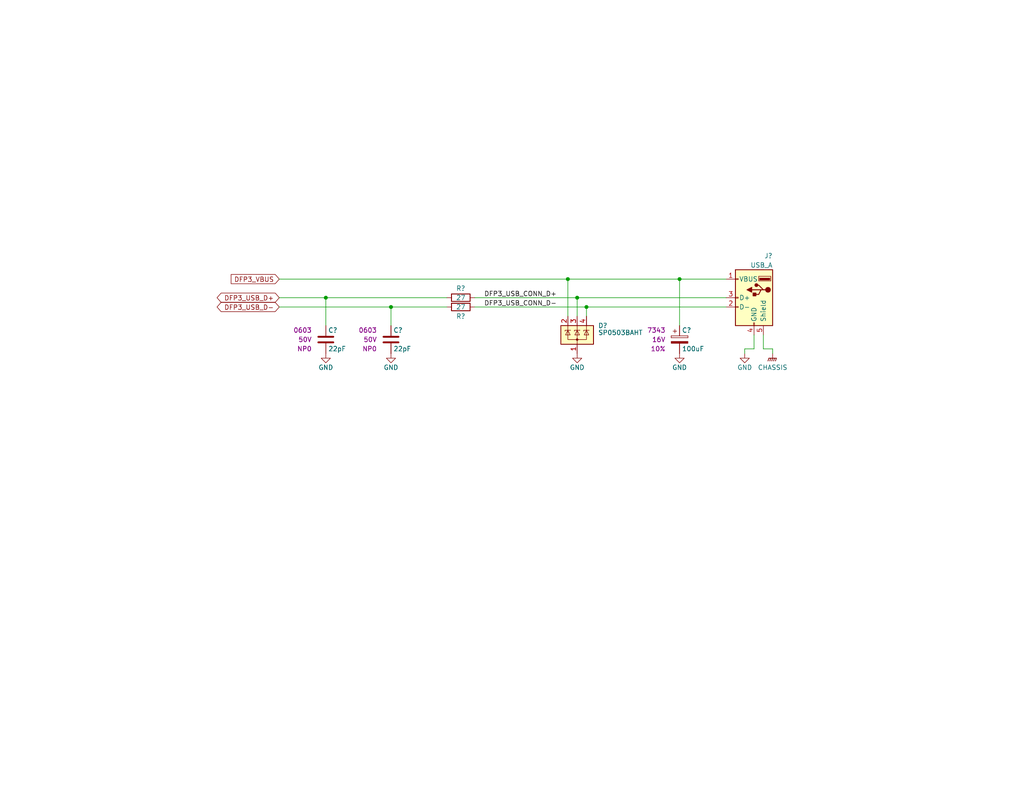
<source format=kicad_sch>
(kicad_sch (version 20230121) (generator eeschema)
  (paper "A")
  (lib_symbols
    (symbol "Connector:USB_A" (pin_names (offset 1.016))
      (property "Reference" "J" (at -5.08 11.43 0))
      (property "Value" "USB_A" (at -5.08 8.89 0))
      (symbol "USB_A_0_1"
        (rectangle (start -5.08 -7.62) (end 5.08 7.62) (stroke (width 0.254)) (fill (type background)))
        (circle (center -3.81 2.159) (radius 0.635) (stroke (width 0.254)) (fill (type outline)))
        (rectangle (start -1.524 4.826) (end -4.318 5.334) (fill (type outline)))
        (rectangle (start -1.27 4.572) (end -4.572 5.842))
        (circle (center -0.635 3.429) (radius 0.381) (stroke (width 0.254)) (fill (type outline)))
        (rectangle (start -0.127 -7.62) (end 0.127 -6.858))
        (polyline (pts (xy -3.175 2.159) (xy -2.54 2.159) (xy -1.27 3.429) (xy -0.635 3.429)) (stroke (width 0.254)))
        (polyline (pts (xy -2.54 2.159) (xy -1.905 2.159) (xy -1.27 0.889) (xy 0 0.889)) (stroke (width 0.254)))
        (polyline (pts (xy 0.635 2.794) (xy 0.635 1.524) (xy 1.905 2.159) (xy 0.635 2.794)) (stroke (width 0.254)) (fill (type outline)))
        (rectangle (start 0.254 1.27) (end -0.508 0.508) (stroke (width 0.254)) (fill (type outline)))
        (rectangle (start 5.08 -2.667) (end 4.318 -2.413))
        (rectangle (start 5.08 -0.127) (end 4.318 0.127))
        (rectangle (start 5.08 4.953) (end 4.318 5.207))
      )
      (symbol "USB_A_1_1"
        (polyline (pts (xy -1.905 2.159) (xy 0.635 2.159)) (stroke (width 0.254)))
        (pin power_in line (at 7.62 5.08 180) (length 2.54) (name "VBUS") (number "1"))
        (pin bidirectional line (at 7.62 -2.54 180) (length 2.54) (name "D-") (number "2"))
        (pin bidirectional line (at 7.62 0 180) (length 2.54) (name "D+") (number "3"))
        (pin power_in line (at 0 -10.16 90) (length 2.54) (name "GND") (number "4"))
        (pin passive line (at -2.54 -10.16 90) (length 2.54) (name "Shield") (number "5"))
      )
    )
    (symbol "Custom Library:CHASSIS" (power) (pin_names (offset 0))
      (property "Value" "CHASSIS" (at 0 -3.81 0))
      (symbol "CHASSIS_0_1"
        (polyline (pts (xy 0 -1.27) (xy 0 0)))
        (polyline (pts (xy -1.016 -1.27) (xy -1.27 -2.032) (xy -1.27 -2.032)) (stroke (width 0.2032)))
        (polyline (pts (xy -0.508 -1.27) (xy -0.762 -2.032) (xy -0.762 -2.032)) (stroke (width 0.2032)))
        (polyline (pts (xy 0 -1.27) (xy -0.254 -2.032) (xy -0.254 -2.032)) (stroke (width 0.2032)))
        (polyline (pts (xy 0.508 -1.27) (xy 0.254 -2.032) (xy 0.254 -2.032)) (stroke (width 0.2032)))
        (polyline (pts (xy 1.016 -1.27) (xy -1.016 -1.27) (xy -1.016 -1.27)) (stroke (width 0.2032)))
        (polyline (pts (xy 1.016 -1.27) (xy 0.762 -2.032) (xy 0.762 -2.032) (xy 0.762 -2.032)) (stroke (width 0.2032)))
      )
      (symbol "CHASSIS_1_1"
        (pin power_in line (at 0 0 270) (length 0) hide (name "CHASSIS") (number "1"))
      )
    )
    (symbol "Custom_Library:CP_Tant_Custom" (pin_numbers hide) (pin_names (offset 0.254))
      (property "Reference" "C" (at 0.635 2.54 0))
      (property "Value" "CP_Tant_Custom" (at 0.635 -2.54 0))
      (property "display_footprint" "Foot" (at -3.81 2.54 0))
      (property "Voltage" "V" (at -3.81 0 0))
      (property "Tolerance" "Tol" (at -3.81 -2.54 0))
      (symbol "CP_Tant_Custom_0_1"
        (rectangle (start -2.286 0.508) (end -2.286 1.016))
        (rectangle (start -2.286 0.508) (end 2.286 0.508))
        (polyline (pts (xy -1.778 2.286) (xy -0.762 2.286)))
        (polyline (pts (xy -1.27 2.794) (xy -1.27 1.778)))
        (rectangle (start 2.286 -0.508) (end -2.286 -1.016) (fill (type outline)))
        (rectangle (start 2.286 1.016) (end -2.286 1.016))
        (rectangle (start 2.286 1.016) (end 2.286 0.508))
      )
      (symbol "CP_Tant_Custom_1_1"
        (pin passive line (at 0 3.81 270) (length 2.794) (name "~") (number "1"))
        (pin passive line (at 0 -3.81 90) (length 2.794) (name "~") (number "2"))
      )
    )
    (symbol "Custom_Library:C_Custom" (pin_numbers hide) (pin_names (offset 0.254))
      (property "Reference" "C" (at 0.635 2.54 0))
      (property "Value" "C_Custom" (at 0.635 -2.54 0))
      (property "display_footprint" "Foot" (at -3.81 2.54 0))
      (property "Voltage" "V" (at -3.81 0 0))
      (property "Dielectric" "Er" (at -3.81 -2.54 0))
      (symbol "C_Custom_0_1"
        (polyline (pts (xy -2.032 -0.762) (xy 2.032 -0.762)) (stroke (width 0.508)))
        (polyline (pts (xy -2.032 0.762) (xy 2.032 0.762)) (stroke (width 0.508)))
      )
      (symbol "C_Custom_1_1"
        (pin passive line (at 0 3.81 270) (length 2.794) (name "~") (number "1"))
        (pin passive line (at 0 -3.81 90) (length 2.794) (name "~") (number "2"))
      )
    )
    (symbol "Custom_Library:R_Custom" (pin_numbers hide) (pin_names (offset 1.016) hide)
      (property "Reference" "R" (at -2.54 0 90))
      (property "Value" "R_Custom" (at 0 0 90))
      (property "display_footprint" "Foot" (at 2.54 0 90))
      (property "Tolerance" "Tol" (at 5.08 0 90))
      (property "Wattage" "W" (at 7.62 0 90))
      (symbol "R_Custom_0_1"
        (rectangle (start 1.016 2.54) (end -1.016 -2.54) (stroke (width 0.254)))
      )
      (symbol "R_Custom_1_1"
        (pin passive line (at 0 3.81 270) (length 1.27) (name "1") (number "1"))
        (pin passive line (at 0 -3.81 90) (length 1.27) (name "2") (number "2"))
      )
    )
    (symbol "Power_Protection:SP0503BAHT" (pin_names hide)
      (property "Reference" "D" (at 5.715 2.54 0))
      (property "Value" "SP0503BAHT" (at 5.715 0.635 0))
      (symbol "SP0503BAHT_0_0"
        (pin passive line (at 0 -5.08 90) (length 2.54) (name "A") (number "1"))
      )
      (symbol "SP0503BAHT_0_1"
        (rectangle (start -4.445 2.54) (end 4.445 -2.54) (stroke (width 0.254)) (fill (type background)))
        (circle (center 0 -1.27) (radius 0.254) (fill (type outline)))
        (polyline (pts (xy -2.54 2.54) (xy -2.54 1.27)))
        (polyline (pts (xy 0 -1.27) (xy 0 -2.54)))
        (polyline (pts (xy 0 -1.27) (xy 0 1.27)))
        (polyline (pts (xy 0 2.54) (xy 0 1.27)))
        (polyline (pts (xy 0.635 1.27) (xy 0.762 1.27)))
        (polyline (pts (xy 2.54 2.54) (xy 2.54 1.27)))
        (polyline (pts (xy 0.635 1.27) (xy -0.762 1.27) (xy -0.762 1.016)))
        (polyline (pts (xy -3.302 1.016) (xy -3.302 1.27) (xy -1.905 1.27) (xy -1.778 1.27)))
        (polyline (pts (xy -2.54 1.27) (xy -2.54 -1.27) (xy 2.54 -1.27) (xy 2.54 1.27)))
        (polyline (pts (xy -2.54 1.27) (xy -1.905 0) (xy -3.175 0) (xy -2.54 1.27)))
        (polyline (pts (xy 0.635 0) (xy -0.635 0) (xy 0 1.27) (xy 0.635 0)))
        (polyline (pts (xy 1.778 1.016) (xy 1.778 1.27) (xy 3.175 1.27) (xy 3.302 1.27)))
        (polyline (pts (xy 2.54 1.27) (xy 1.905 0) (xy 3.175 0) (xy 2.54 1.27)))
      )
      (symbol "SP0503BAHT_1_1"
        (pin passive line (at -2.54 5.08 270) (length 2.54) (name "K") (number "2"))
        (pin passive line (at 0 5.08 270) (length 2.54) (name "K") (number "3"))
        (pin passive line (at 2.54 5.08 270) (length 2.54) (name "K") (number "4"))
      )
    )
    (symbol "power:GND" (power) (pin_names (offset 0))
      (property "Value" "GND" (at 0 -3.81 0))
      (symbol "GND_0_1"
        (polyline (pts (xy 0 0) (xy 0 -1.27) (xy 1.27 -1.27) (xy 0 -2.54) (xy -1.27 -1.27) (xy 0 -1.27)))
      )
      (symbol "GND_1_1"
        (pin power_in line (at 0 0 270) (length 0) hide (name "GND") (number "1"))
      )
    )
  )
  (junction (at 157.48 81.28))
  (junction (at 88.9 81.28))
  (junction (at 106.68 83.82))
  (junction (at 154.94 76.2))
  (junction (at 185.42 76.2))
  (junction (at 160.02 83.82))
  (wire (pts (xy 76.2 81.28) (xy 88.9 81.28)))
  (wire (pts (xy 205.74 95.25) (xy 205.74 91.44)))
  (wire (pts (xy 203.2 95.25) (xy 205.74 95.25)))
  (wire (pts (xy 129.54 81.28) (xy 157.48 81.28)))
  (wire (pts (xy 160.02 83.82) (xy 198.12 83.82)))
  (wire (pts (xy 106.68 83.82) (xy 106.68 88.9)))
  (wire (pts (xy 76.2 83.82) (xy 106.68 83.82)))
  (wire (pts (xy 208.28 91.44) (xy 208.28 95.25)))
  (wire (pts (xy 210.82 95.25) (xy 208.28 95.25)))
  (wire (pts (xy 198.12 76.2) (xy 185.42 76.2)))
  (wire (pts (xy 185.42 76.2) (xy 185.42 88.9)))
  (wire (pts (xy 203.2 96.52) (xy 203.2 95.25)))
  (wire (pts (xy 129.54 83.82) (xy 160.02 83.82)))
  (wire (pts (xy 88.9 81.28) (xy 121.92 81.28)))
  (wire (pts (xy 154.94 76.2) (xy 185.42 76.2)))
  (wire (pts (xy 157.48 81.28) (xy 198.12 81.28)))
  (wire (pts (xy 106.68 83.82) (xy 121.92 83.82)))
  (wire (pts (xy 154.94 86.36) (xy 154.94 76.2)))
  (wire (pts (xy 160.02 83.82) (xy 160.02 86.36)))
  (wire (pts (xy 210.82 96.52) (xy 210.82 95.25)))
  (wire (pts (xy 76.2 76.2) (xy 154.94 76.2)))
  (wire (pts (xy 157.48 81.28) (xy 157.48 86.36)))
  (wire (pts (xy 88.9 81.28) (xy 88.9 88.9)))
  (label "DFP3_USB_CONN_D-" (at 132.08 83.82 0))
  (label "DFP3_USB_CONN_D+" (at 132.08 81.28 0))
  (global_label "DFP3_USB_D-" (shape bidirectional) (at 76.2 83.82 180) (property "Intersheetrefs" "${INTERSHEET_REFS}" (effects hide)))
  (global_label "DFP3_VBUS" (shape input) (at 76.2 76.2 180) (property "Intersheetrefs" "${INTERSHEET_REFS}" (effects hide)))
  (global_label "DFP3_USB_D+" (shape bidirectional) (at 76.2 81.28 180) (property "Intersheetrefs" "${INTERSHEET_REFS}" (effects hide)))
  (symbol (lib_id "Custom_Library:CP_Tant_Custom") (at 185.42 92.71 0) (unit 1)
    (property "Reference" "C?" (at 186.055 90.17 0) (effects (justify left)))
    (property "Value" "100uF" (at 186.055 95.25 0) (effects (justify left)))
    (property "Footprint" "Capacitors_Tantalum_SMD:CP_Tantalum_Case-X_EIA-7343-43_Reflow" (effects hide))
    (property "Digi-Key PN" "718-1102-1-ND" (effects hide))
    (property "display_footprint" "7343" (at 181.61 90.17 0) (effects (justify right)))
    (property "Voltage" "16V" (at 181.61 92.71 0) (effects (justify right)))
    (property "Tolerance" "10%" (at 181.61 95.25 0) (effects (justify right)))
  )
  (symbol (lib_id "power:GND") (at 203.2 96.52 0) (unit 1)
    (property "Reference" "#PWR?" (effects hide))
    (property "Value" "GND" (at 203.2 100.33 0))
    (instances (project "USB_Hub" (path "" (reference "#PWR?") (unit 1)) (path "" (reference "#PWR01502") (unit 1)) (path "" (reference "#PWR01805") (unit 1))))
  )
  (symbol (lib_id "power:GND") (at 88.9 96.52 0) (unit 1)
    (property "Reference" "#PWR?" (effects hide))
    (property "Value" "GND" (at 88.9 100.33 0))
    (instances (project "USB_Hub" (path "" (reference "#PWR?") (unit 1)) (path "" (reference "#PWR01505") (unit 1)) (path "" (reference "#PWR01801") (unit 1))))
  )
  (symbol (lib_id "power:GND") (at 157.48 96.52 0) (unit 1)
    (property "Reference" "#PWR?" (effects hide))
    (property "Value" "GND" (at 157.48 100.33 0))
    (instances (project "USB_Hub" (path "" (reference "#PWR?") (unit 1)) (path "" (reference "#PWR01503") (unit 1)) (path "" (reference "#PWR01803") (unit 1))))
  )
  (symbol (lib_id "Custom_Library:R_Custom") (at 125.73 83.82 270) (unit 1)
    (property "Reference" "R?" (at 125.73 86.36 90))
    (property "Value" "27" (at 125.73 83.82 90))
    (property "Footprint" "Resistors_SMD:R_0603" (effects hide))
    (property "display_footprint" "0603" (effects hide))
    (property "Tolerance" "1%" (effects hide))
    (property "Wattage" "1/10W" (effects hide))
    (property "Digi-Key PN" "311-27.0HRCT-ND" (effects hide))
  )
  (symbol (lib_id "Custom Library:CHASSIS") (at 210.82 96.52 0) (unit 1)
    (property "Reference" "#PWR01506" (effects hide))
    (property "Value" "CHASSIS" (at 210.82 100.33 0))
    (instances (project "USB_Hub" (path "" (reference "#PWR01506") (unit 1)) (path "" (reference "#PWR01806") (unit 1))))
  )
  (symbol (lib_id "Power_Protection:SP0503BAHT") (at 157.48 91.44 0) (unit 1)
    (property "Reference" "D?" (at 163.195 88.9 0) (effects (justify left)))
    (property "Value" "SP0503BAHT" (at 163.195 90.805 0) (effects (justify left)))
    (property "Footprint" "Package_TO_SOT_SMD:SOT-143" (effects hide))
    (property "Datasheet" "http://www.littelfuse.com/~/media/files/littelfuse/technical%20resources/documents/data%20sheets/sp05xxba.pdf" (effects hide))
  )
  (symbol (lib_id "Custom_Library:C_Custom") (at 106.68 92.71 0) (unit 1)
    (property "Reference" "C?" (at 107.315 90.17 0) (effects (justify left)))
    (property "Value" "22pF" (at 107.315 95.25 0) (effects (justify left)))
    (property "Footprint" "Capacitors_SMD:C_0603" (effects hide))
    (property "display_footprint" "0603" (at 102.87 90.17 0) (effects (justify right)))
    (property "Voltage" "50V" (at 102.87 92.71 0) (effects (justify right)))
    (property "Dielectric" "NP0" (at 102.87 95.25 0) (effects (justify right)))
  )
  (symbol (lib_id "Custom_Library:C_Custom") (at 88.9 92.71 0) (unit 1)
    (property "Reference" "C?" (at 89.535 90.17 0) (effects (justify left)))
    (property "Value" "22pF" (at 89.535 95.25 0) (effects (justify left)))
    (property "Footprint" "Capacitors_SMD:C_0603" (effects hide))
    (property "display_footprint" "0603" (at 85.09 90.17 0) (effects (justify right)))
    (property "Voltage" "50V" (at 85.09 92.71 0) (effects (justify right)))
    (property "Dielectric" "NP0" (at 85.09 95.25 0) (effects (justify right)))
  )
  (symbol (lib_id "Custom_Library:R_Custom") (at 125.73 81.28 270) (mirror x) (unit 1)
    (property "Reference" "R?" (at 125.73 78.74 90))
    (property "Value" "27" (at 125.73 81.28 90))
    (property "Footprint" "Resistors_SMD:R_0603" (effects hide))
    (property "display_footprint" "0603" (effects hide))
    (property "Tolerance" "1%" (effects hide))
    (property "Wattage" "1/10W" (effects hide))
    (property "Digi-Key PN" "311-27.0HRCT-ND" (effects hide))
  )
  (symbol (lib_id "power:GND") (at 185.42 96.52 0) (unit 1)
    (property "Reference" "#PWR?" (effects hide))
    (property "Value" "GND" (at 185.42 100.33 0))
    (instances (project "USB_Hub" (path "" (reference "#PWR?") (unit 1)) (path "" (reference "#PWR01501") (unit 1)) (path "" (reference "#PWR01804") (unit 1))))
  )
  (symbol (lib_id "power:GND") (at 106.68 96.52 0) (unit 1)
    (property "Reference" "#PWR?" (effects hide))
    (property "Value" "GND" (at 106.68 100.33 0))
    (instances (project "USB_Hub" (path "" (reference "#PWR?") (unit 1)) (path "" (reference "#PWR01504") (unit 1)) (path "" (reference "#PWR01802") (unit 1))))
  )
  (symbol (lib_id "Connector:USB_A") (at 205.74 81.28 0) (mirror y) (unit 1)
    (property "Reference" "J?" (at 210.82 69.85 0) (effects (justify left)))
    (property "Value" "USB_A" (at 210.82 72.39 0) (effects (justify left)))
    (property "Datasheet" " ~" (effects hide))
  )
)
</source>
